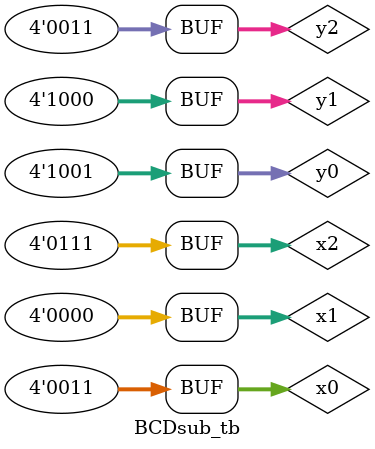
<source format=v>
module BCDsub(
    input[3:0] x0, x1, x2, y0, y1, y2,
    output[3:0] z0, z1, z2
);
    wire[3:0] y0_C9, y1_C9, y2_C9;
    wire b01, b12, b23;

    BCD_C9 bcd9c0(.xi(y0), .xo(y0_C9));
    BCDadd bcdadd0(.x(x0), .y(y0_C9), .ci(1'b1)  , .co(b01), .z(z0));

    BCD_C9 bcd9c1(.xi(y1), .xo(y1_C9));
    BCDadd bcdadd1(.x(x1), .y(y1_C9), .ci(b01), .co(b12), .z(z1));

    BCD_C9 bcd9c2(.xi(y2), .xo(y2_C9));
    BCDadd bcdadd2(.x(x2), .y(y2_C9), .ci(b12), .co(b23), .z(z2));
endmodule

module BCDsub_tb;
    reg[3:0] x0, x1, x2, y0, y1, y2;
    wire[3:0] z0, z1, z2;

    BCDsub inst(.x0(x0), .x1(x1), .x2(x2), .y0(y0), .y1(y1), .y2(y2),
                .z0(z0), .z1(z1), .z2(z2));

    initial begin
        $display("X\tY\t|\tZ");
        $monitor("%d%d%d\t%d%d%d\t|\t%d%d%d", x2, x1, x0, y2, y1, y0, z2, z1, z0);
    end

    initial begin
        x2 = 7; x1 = 0; x0 = 3;
        y2 = 3; y1 = 8; y0 = 9;
    end
endmodule
</source>
